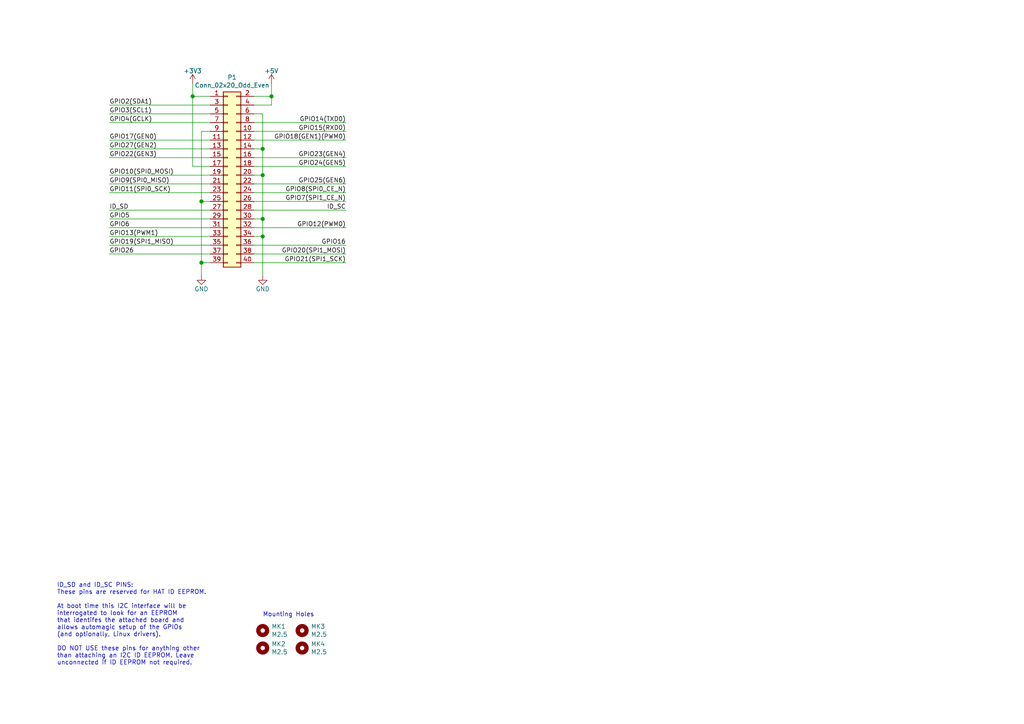
<source format=kicad_sch>
(kicad_sch (version 20210126) (generator eeschema)
  (paper "A4")
  (title_block (date "15 nov 2012"))
  (lib_symbols
    (symbol "Connector_Generic:Conn_02x20_Odd_Even" (pin_names (offset 1.016) hide)
      (property "Reference" "J" (at 1.27 25.4 0))
      (property "Value" "Conn_02x20_Odd_Even" (at 1.27 -27.94 0))
      (symbol "Conn_02x20_Odd_Even_1_1"
        (rectangle (start -1.27 -4.953) (end 0 -5.207) (stroke (width 0.1524)))
        (rectangle (start -1.27 -7.493) (end 0 -7.747) (stroke (width 0.1524)))
        (rectangle (start -1.27 -10.033) (end 0 -10.287) (stroke (width 0.1524)))
        (rectangle (start -1.27 -12.573) (end 0 -12.827) (stroke (width 0.1524)))
        (rectangle (start -1.27 -15.113) (end 0 -15.367) (stroke (width 0.1524)))
        (rectangle (start -1.27 -17.653) (end 0 -17.907) (stroke (width 0.1524)))
        (rectangle (start -1.27 -20.193) (end 0 -20.447) (stroke (width 0.1524)))
        (rectangle (start -1.27 -22.733) (end 0 -22.987) (stroke (width 0.1524)))
        (rectangle (start -1.27 -2.413) (end 0 -2.667) (stroke (width 0.1524)))
        (rectangle (start -1.27 -25.273) (end 0 -25.527) (stroke (width 0.1524)))
        (rectangle (start -1.27 2.667) (end 0 2.413) (stroke (width 0.1524)))
        (rectangle (start -1.27 5.207) (end 0 4.953) (stroke (width 0.1524)))
        (rectangle (start -1.27 7.747) (end 0 7.493) (stroke (width 0.1524)))
        (rectangle (start -1.27 10.287) (end 0 10.033) (stroke (width 0.1524)))
        (rectangle (start -1.27 0.127) (end 0 -0.127) (stroke (width 0.1524)))
        (rectangle (start -1.27 12.827) (end 0 12.573) (stroke (width 0.1524)))
        (rectangle (start -1.27 15.367) (end 0 15.113) (stroke (width 0.1524)))
        (rectangle (start -1.27 17.907) (end 0 17.653) (stroke (width 0.1524)))
        (rectangle (start -1.27 20.447) (end 0 20.193) (stroke (width 0.1524)))
        (rectangle (start -1.27 22.987) (end 0 22.733) (stroke (width 0.1524)))
        (rectangle (start -1.27 24.13) (end 3.81 -26.67) (stroke (width 0.254)) (fill (type background)))
        (rectangle (start 3.81 -4.953) (end 2.54 -5.207) (stroke (width 0.1524)))
        (rectangle (start 3.81 -7.493) (end 2.54 -7.747) (stroke (width 0.1524)))
        (rectangle (start 3.81 -10.033) (end 2.54 -10.287) (stroke (width 0.1524)))
        (rectangle (start 3.81 -12.573) (end 2.54 -12.827) (stroke (width 0.1524)))
        (rectangle (start 3.81 -15.113) (end 2.54 -15.367) (stroke (width 0.1524)))
        (rectangle (start 3.81 -17.653) (end 2.54 -17.907) (stroke (width 0.1524)))
        (rectangle (start 3.81 -20.193) (end 2.54 -20.447) (stroke (width 0.1524)))
        (rectangle (start 3.81 -22.733) (end 2.54 -22.987) (stroke (width 0.1524)))
        (rectangle (start 3.81 -2.413) (end 2.54 -2.667) (stroke (width 0.1524)))
        (rectangle (start 3.81 -25.273) (end 2.54 -25.527) (stroke (width 0.1524)))
        (rectangle (start 3.81 2.667) (end 2.54 2.413) (stroke (width 0.1524)))
        (rectangle (start 3.81 5.207) (end 2.54 4.953) (stroke (width 0.1524)))
        (rectangle (start 3.81 7.747) (end 2.54 7.493) (stroke (width 0.1524)))
        (rectangle (start 3.81 10.287) (end 2.54 10.033) (stroke (width 0.1524)))
        (rectangle (start 3.81 0.127) (end 2.54 -0.127) (stroke (width 0.1524)))
        (rectangle (start 3.81 12.827) (end 2.54 12.573) (stroke (width 0.1524)))
        (rectangle (start 3.81 15.367) (end 2.54 15.113) (stroke (width 0.1524)))
        (rectangle (start 3.81 17.907) (end 2.54 17.653) (stroke (width 0.1524)))
        (rectangle (start 3.81 20.447) (end 2.54 20.193) (stroke (width 0.1524)))
        (rectangle (start 3.81 22.987) (end 2.54 22.733) (stroke (width 0.1524)))
        (pin passive line (at -5.08 22.86 0) (length 3.81) (name "Pin_1") (number "1"))
        (pin passive line (at 7.62 12.7 180) (length 3.81) (name "Pin_10") (number "10"))
        (pin passive line (at -5.08 10.16 0) (length 3.81) (name "Pin_11") (number "11"))
        (pin passive line (at 7.62 10.16 180) (length 3.81) (name "Pin_12") (number "12"))
        (pin passive line (at -5.08 7.62 0) (length 3.81) (name "Pin_13") (number "13"))
        (pin passive line (at 7.62 7.62 180) (length 3.81) (name "Pin_14") (number "14"))
        (pin passive line (at -5.08 5.08 0) (length 3.81) (name "Pin_15") (number "15"))
        (pin passive line (at 7.62 5.08 180) (length 3.81) (name "Pin_16") (number "16"))
        (pin passive line (at -5.08 2.54 0) (length 3.81) (name "Pin_17") (number "17"))
        (pin passive line (at 7.62 2.54 180) (length 3.81) (name "Pin_18") (number "18"))
        (pin passive line (at -5.08 0 0) (length 3.81) (name "Pin_19") (number "19"))
        (pin passive line (at 7.62 22.86 180) (length 3.81) (name "Pin_2") (number "2"))
        (pin passive line (at 7.62 0 180) (length 3.81) (name "Pin_20") (number "20"))
        (pin passive line (at -5.08 -2.54 0) (length 3.81) (name "Pin_21") (number "21"))
        (pin passive line (at 7.62 -2.54 180) (length 3.81) (name "Pin_22") (number "22"))
        (pin passive line (at -5.08 -5.08 0) (length 3.81) (name "Pin_23") (number "23"))
        (pin passive line (at 7.62 -5.08 180) (length 3.81) (name "Pin_24") (number "24"))
        (pin passive line (at -5.08 -7.62 0) (length 3.81) (name "Pin_25") (number "25"))
        (pin passive line (at 7.62 -7.62 180) (length 3.81) (name "Pin_26") (number "26"))
        (pin passive line (at -5.08 -10.16 0) (length 3.81) (name "Pin_27") (number "27"))
        (pin passive line (at 7.62 -10.16 180) (length 3.81) (name "Pin_28") (number "28"))
        (pin passive line (at -5.08 -12.7 0) (length 3.81) (name "Pin_29") (number "29"))
        (pin passive line (at -5.08 20.32 0) (length 3.81) (name "Pin_3") (number "3"))
        (pin passive line (at 7.62 -12.7 180) (length 3.81) (name "Pin_30") (number "30"))
        (pin passive line (at -5.08 -15.24 0) (length 3.81) (name "Pin_31") (number "31"))
        (pin passive line (at 7.62 -15.24 180) (length 3.81) (name "Pin_32") (number "32"))
        (pin passive line (at -5.08 -17.78 0) (length 3.81) (name "Pin_33") (number "33"))
        (pin passive line (at 7.62 -17.78 180) (length 3.81) (name "Pin_34") (number "34"))
        (pin passive line (at -5.08 -20.32 0) (length 3.81) (name "Pin_35") (number "35"))
        (pin passive line (at 7.62 -20.32 180) (length 3.81) (name "Pin_36") (number "36"))
        (pin passive line (at -5.08 -22.86 0) (length 3.81) (name "Pin_37") (number "37"))
        (pin passive line (at 7.62 -22.86 180) (length 3.81) (name "Pin_38") (number "38"))
        (pin passive line (at -5.08 -25.4 0) (length 3.81) (name "Pin_39") (number "39"))
        (pin passive line (at 7.62 20.32 180) (length 3.81) (name "Pin_4") (number "4"))
        (pin passive line (at 7.62 -25.4 180) (length 3.81) (name "Pin_40") (number "40"))
        (pin passive line (at -5.08 17.78 0) (length 3.81) (name "Pin_5") (number "5"))
        (pin passive line (at 7.62 17.78 180) (length 3.81) (name "Pin_6") (number "6"))
        (pin passive line (at -5.08 15.24 0) (length 3.81) (name "Pin_7") (number "7"))
        (pin passive line (at 7.62 15.24 180) (length 3.81) (name "Pin_8") (number "8"))
        (pin passive line (at -5.08 12.7 0) (length 3.81) (name "Pin_9") (number "9"))
      )
    )
    (symbol "Mechanical:MountingHole" (pin_names (offset 1.016))
      (property "Reference" "H" (at 0 5.08 0))
      (property "Value" "MountingHole" (at 0 3.175 0))
      (symbol "MountingHole_0_1"
        (circle (center 0 0) (radius 1.27) (stroke (width 1.27)))
      )
    )
    (symbol "power:+3.3V" (power) (pin_names (offset 0))
      (property "Value" "+3.3V" (at 0 3.556 0))
      (symbol "+3.3V_0_1"
        (polyline (pts (xy -0.762 1.27) (xy 0 2.54)))
        (polyline (pts (xy 0 0) (xy 0 2.54)))
        (polyline (pts (xy 0 2.54) (xy 0.762 1.27)))
      )
      (symbol "+3.3V_1_1"
        (pin power_in line (at 0 0 90) (length 0) hide (name "+3V3") (number "1"))
      )
    )
    (symbol "power:+5V" (power) (pin_names (offset 0))
      (property "Value" "+5V" (at 0 3.556 0))
      (symbol "+5V_0_1"
        (polyline (pts (xy -0.762 1.27) (xy 0 2.54)))
        (polyline (pts (xy 0 0) (xy 0 2.54)))
        (polyline (pts (xy 0 2.54) (xy 0.762 1.27)))
      )
      (symbol "+5V_1_1"
        (pin power_in line (at 0 0 90) (length 0) hide (name "+5V") (number "1"))
      )
    )
    (symbol "power:GND" (power) (pin_names (offset 0))
      (property "Value" "GND" (at 0 -3.81 0))
      (symbol "GND_0_1"
        (polyline (pts (xy 0 0) (xy 0 -1.27) (xy 1.27 -1.27) (xy 0 -2.54) (xy -1.27 -1.27) (xy 0 -1.27)))
      )
      (symbol "GND_1_1"
        (pin power_in line (at 0 0 270) (length 0) hide (name "GND") (number "1"))
      )
    )
  )
  (junction (at 55.88 27.94) (diameter 1.016))
  (junction (at 58.42 58.42) (diameter 1.016))
  (junction (at 58.42 76.2) (diameter 1.016))
  (junction (at 76.2 43.18) (diameter 1.016))
  (junction (at 76.2 50.8) (diameter 1.016))
  (junction (at 76.2 63.5) (diameter 1.016))
  (junction (at 76.2 68.58) (diameter 1.016))
  (junction (at 78.74 27.94) (diameter 1.016))
  (wire (pts (xy 31.75 33.02) (xy 60.96 33.02)))
  (wire (pts (xy 31.75 35.56) (xy 60.96 35.56)))
  (wire (pts (xy 31.75 43.18) (xy 60.96 43.18)))
  (wire (pts (xy 31.75 45.72) (xy 60.96 45.72)))
  (wire (pts (xy 31.75 53.34) (xy 60.96 53.34)))
  (wire (pts (xy 31.75 55.88) (xy 60.96 55.88)))
  (wire (pts (xy 31.75 63.5) (xy 60.96 63.5)))
  (wire (pts (xy 31.75 66.04) (xy 60.96 66.04)))
  (wire (pts (xy 31.75 71.12) (xy 60.96 71.12)))
  (wire (pts (xy 31.75 73.66) (xy 60.96 73.66)))
  (wire (pts (xy 55.88 24.13) (xy 55.88 27.94)))
  (wire (pts (xy 55.88 27.94) (xy 55.88 48.26)))
  (wire (pts (xy 55.88 27.94) (xy 60.96 27.94)))
  (wire (pts (xy 55.88 48.26) (xy 60.96 48.26)))
  (wire (pts (xy 58.42 38.1) (xy 58.42 58.42)))
  (wire (pts (xy 58.42 38.1) (xy 60.96 38.1)))
  (wire (pts (xy 58.42 58.42) (xy 58.42 76.2)))
  (wire (pts (xy 58.42 58.42) (xy 60.96 58.42)))
  (wire (pts (xy 58.42 76.2) (xy 58.42 80.01)))
  (wire (pts (xy 58.42 76.2) (xy 60.96 76.2)))
  (wire (pts (xy 60.96 30.48) (xy 31.75 30.48)))
  (wire (pts (xy 60.96 40.64) (xy 31.75 40.64)))
  (wire (pts (xy 60.96 50.8) (xy 31.75 50.8)))
  (wire (pts (xy 60.96 60.96) (xy 31.75 60.96)))
  (wire (pts (xy 60.96 68.58) (xy 31.75 68.58)))
  (wire (pts (xy 73.66 35.56) (xy 100.33 35.56)))
  (wire (pts (xy 73.66 38.1) (xy 100.33 38.1)))
  (wire (pts (xy 73.66 40.64) (xy 100.33 40.64)))
  (wire (pts (xy 73.66 45.72) (xy 100.33 45.72)))
  (wire (pts (xy 73.66 48.26) (xy 100.33 48.26)))
  (wire (pts (xy 73.66 53.34) (xy 100.33 53.34)))
  (wire (pts (xy 73.66 55.88) (xy 100.33 55.88)))
  (wire (pts (xy 73.66 58.42) (xy 100.33 58.42)))
  (wire (pts (xy 73.66 60.96) (xy 100.33 60.96)))
  (wire (pts (xy 73.66 66.04) (xy 100.33 66.04)))
  (wire (pts (xy 73.66 71.12) (xy 100.33 71.12)))
  (wire (pts (xy 73.66 73.66) (xy 100.33 73.66)))
  (wire (pts (xy 73.66 76.2) (xy 100.33 76.2)))
  (wire (pts (xy 76.2 33.02) (xy 73.66 33.02)))
  (wire (pts (xy 76.2 33.02) (xy 76.2 43.18)))
  (wire (pts (xy 76.2 43.18) (xy 73.66 43.18)))
  (wire (pts (xy 76.2 43.18) (xy 76.2 50.8)))
  (wire (pts (xy 76.2 50.8) (xy 73.66 50.8)))
  (wire (pts (xy 76.2 50.8) (xy 76.2 63.5)))
  (wire (pts (xy 76.2 63.5) (xy 73.66 63.5)))
  (wire (pts (xy 76.2 63.5) (xy 76.2 68.58)))
  (wire (pts (xy 76.2 68.58) (xy 73.66 68.58)))
  (wire (pts (xy 76.2 68.58) (xy 76.2 80.01)))
  (wire (pts (xy 78.74 24.13) (xy 78.74 27.94)))
  (wire (pts (xy 78.74 27.94) (xy 73.66 27.94)))
  (wire (pts (xy 78.74 27.94) (xy 78.74 30.48)))
  (wire (pts (xy 78.74 30.48) (xy 73.66 30.48)))
  (text "ID_SD and ID_SC PINS:\nThese pins are reserved for HAT ID EEPROM.\n\nAt boot time this I2C interface will be\ninterrogated to look for an EEPROM\nthat identifes the attached board and\nallows automagic setup of the GPIOs\n(and optionally, Linux drivers).\n\nDO NOT USE these pins for anything other\nthan attaching an I2C ID EEPROM. Leave\nunconnected if ID EEPROM not required." (at 16.51 193.04 0) (effects (font (size 1.27 1.27)) (justify left bottom)))
  (text "Mounting Holes" (at 76.2 179.07 0) (effects (font (size 1.27 1.27)) (justify left bottom)))
  (label "GPIO2(SDA1)" (at 31.75 30.48 0))
  (label "GPIO3(SCL1)" (at 31.75 33.02 0))
  (label "GPIO4(GCLK)" (at 31.75 35.56 0))
  (label "GPIO17(GEN0)" (at 31.75 40.64 0))
  (label "GPIO27(GEN2)" (at 31.75 43.18 0))
  (label "GPIO22(GEN3)" (at 31.75 45.72 0))
  (label "GPIO10(SPI0_MOSI)" (at 31.75 50.8 0))
  (label "GPIO9(SPI0_MISO)" (at 31.75 53.34 0))
  (label "GPIO11(SPI0_SCK)" (at 31.75 55.88 0))
  (label "ID_SD" (at 31.75 60.96 0))
  (label "GPIO5" (at 31.75 63.5 0))
  (label "GPIO6" (at 31.75 66.04 0))
  (label "GPIO13(PWM1)" (at 31.75 68.58 0))
  (label "GPIO19(SPI1_MISO)" (at 31.75 71.12 0))
  (label "GPIO26" (at 31.75 73.66 0))
  (label "GPIO14(TXD0)" (at 100.33 35.56 180))
  (label "GPIO15(RXD0)" (at 100.33 38.1 180))
  (label "GPIO18(GEN1)(PWM0)" (at 100.33 40.64 180))
  (label "GPIO23(GEN4)" (at 100.33 45.72 180))
  (label "GPIO24(GEN5)" (at 100.33 48.26 180))
  (label "GPIO25(GEN6)" (at 100.33 53.34 180))
  (label "GPIO8(SPI0_CE_N)" (at 100.33 55.88 180))
  (label "GPIO7(SPI1_CE_N)" (at 100.33 58.42 180))
  (label "ID_SC" (at 100.33 60.96 180))
  (label "GPIO12(PWM0)" (at 100.33 66.04 180))
  (label "GPIO16" (at 100.33 71.12 180))
  (label "GPIO20(SPI1_MOSI)" (at 100.33 73.66 180))
  (label "GPIO21(SPI1_SCK)" (at 100.33 76.2 180))
  (symbol (lib_id "power:+3.3V") (at 55.88 24.13 0) (unit 1)
    (property "Reference" "#PWR04" (effects hide))
    (property "Value" "+3.3V" (at 55.88 20.574 0))
  )
  (symbol (lib_id "power:+5V") (at 78.74 24.13 0) (unit 1)
    (property "Reference" "#PWR01" (effects hide))
    (property "Value" "+5V" (at 78.74 20.574 0))
  )
  (symbol (lib_id "power:GND") (at 58.42 80.01 0) (unit 1)
    (property "Reference" "#PWR03" (effects hide))
    (property "Value" "GND" (at 58.42 83.82 0))
  )
  (symbol (lib_id "power:GND") (at 76.2 80.01 0) (unit 1)
    (property "Reference" "#PWR02" (effects hide))
    (property "Value" "GND" (at 76.2 83.82 0))
  )
  (symbol (lib_id "Mechanical:MountingHole") (at 76.2 182.88 0) (unit 1)
    (property "Reference" "MK1" (at 78.74 181.7116 0) (effects (justify left)))
    (property "Value" "M2.5" (at 78.74 184.023 0) (effects (justify left)))
    (property "Footprint" "MountingHole:MountingHole_2.7mm_M2.5" (effects hide))
  )
  (symbol (lib_id "Mechanical:MountingHole") (at 76.2 187.96 0) (unit 1)
    (property "Reference" "MK2" (at 78.74 186.7916 0) (effects (justify left)))
    (property "Value" "M2.5" (at 78.74 189.103 0) (effects (justify left)))
    (property "Footprint" "MountingHole:MountingHole_2.7mm_M2.5" (effects hide))
  )
  (symbol (lib_id "Mechanical:MountingHole") (at 87.63 182.88 0) (unit 1)
    (property "Reference" "MK3" (at 90.17 181.7116 0) (effects (justify left)))
    (property "Value" "M2.5" (at 90.17 184.023 0) (effects (justify left)))
    (property "Footprint" "MountingHole:MountingHole_2.7mm_M2.5" (effects hide))
  )
  (symbol (lib_id "Mechanical:MountingHole") (at 87.63 187.96 0) (unit 1)
    (property "Reference" "MK4" (at 90.17 186.7916 0) (effects (justify left)))
    (property "Value" "M2.5" (at 90.17 189.103 0) (effects (justify left)))
    (property "Footprint" "MountingHole:MountingHole_2.7mm_M2.5" (effects hide))
  )
  (symbol (lib_id "Connector_Generic:Conn_02x20_Odd_Even") (at 66.04 50.8 0) (unit 1)
    (property "Reference" "P1" (at 67.31 22.4282 0))
    (property "Value" "Conn_02x20_Odd_Even" (at 67.31 24.7396 0))
    (property "Footprint" "Connector_PinSocket_2.54mm:PinSocket_2x20_P2.54mm_Vertical" (effects hide))
  )
)
</source>
